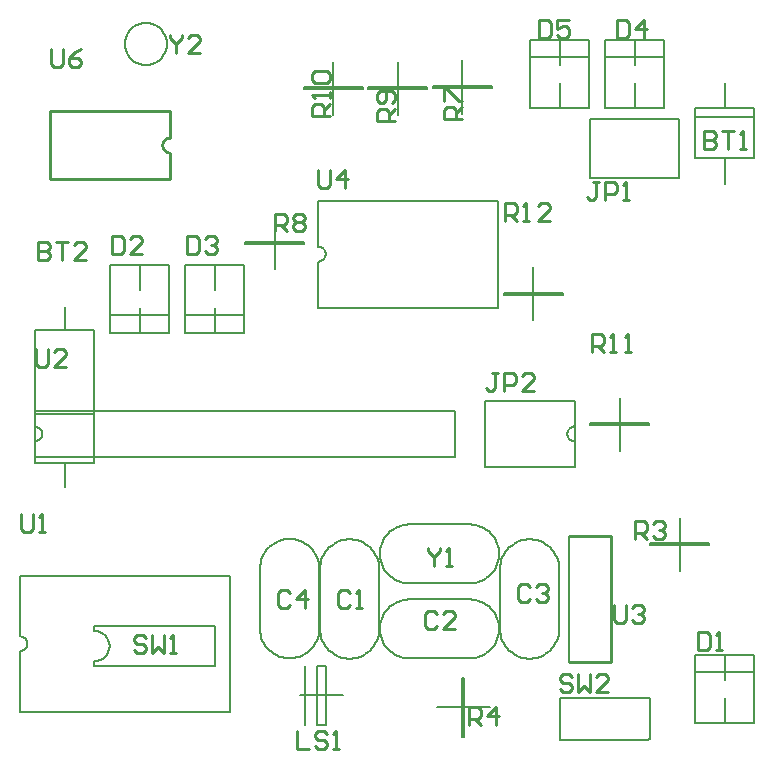
<source format=gto>
G04*
G04 #@! TF.GenerationSoftware,Altium Limited,Altium Designer,21.7.2 (23)*
G04*
G04 Layer_Color=65535*
%FSLAX25Y25*%
%MOIN*%
G70*
G04*
G04 #@! TF.SameCoordinates,5A2C8144-CC96-4660-950F-F598549C9966*
G04*
G04*
G04 #@! TF.FilePolarity,Positive*
G04*
G01*
G75*
%ADD10C,0.00787*%
%ADD11C,0.01000*%
D10*
X4437Y37677D02*
X5394Y37868D01*
X6205Y38409D01*
X6747Y39220D01*
X6937Y40177D01*
X6747Y41134D01*
X6205Y41945D01*
X5394Y42487D01*
X4437Y42677D01*
X134358Y79941D02*
X133362Y79890D01*
X132377Y79739D01*
X131412Y79489D01*
X130477Y79143D01*
X129582Y78704D01*
X128735Y78177D01*
X127947Y77566D01*
X127225Y76880D01*
X126575Y76123D01*
X126005Y75305D01*
X125522Y74433D01*
X125128Y73517D01*
X124830Y72566D01*
X124629Y71589D01*
X124528Y70597D01*
Y69600D01*
X124629Y68608D01*
X124830Y67631D01*
X125128Y66680D01*
X125522Y65764D01*
X126005Y64892D01*
X126575Y64074D01*
X127225Y63317D01*
X127947Y62630D01*
X128736Y62020D01*
X129582Y61493D01*
X130477Y61054D01*
X131412Y60707D01*
X132377Y60457D01*
X133362Y60306D01*
X134358Y60256D01*
X154437D02*
X155433Y60306D01*
X156418Y60457D01*
X157384Y60707D01*
X158318Y61054D01*
X159214Y61493D01*
X160060Y62020D01*
X160848Y62630D01*
X161571Y63317D01*
X162220Y64074D01*
X162790Y64892D01*
X163274Y65764D01*
X163667Y66680D01*
X163965Y67631D01*
X164166Y68608D01*
X164267Y69600D01*
Y70597D01*
X164166Y71589D01*
X163965Y72566D01*
X163667Y73517D01*
X163274Y74433D01*
X162790Y75305D01*
X162220Y76123D01*
X161571Y76880D01*
X160848Y77566D01*
X160060Y78177D01*
X159214Y78704D01*
X158318Y79143D01*
X157384Y79490D01*
X156418Y79739D01*
X155433Y79890D01*
X154437Y79941D01*
X29398Y34331D02*
X30377Y34427D01*
X31319Y34713D01*
X32186Y35177D01*
X32947Y35801D01*
X33571Y36562D01*
X34035Y37429D01*
X34321Y38371D01*
X34417Y39350D01*
X34321Y40330D01*
X34035Y41271D01*
X33571Y42139D01*
X32947Y42900D01*
X32186Y43524D01*
X31319Y43988D01*
X30377Y44274D01*
X29398Y44370D01*
X189437Y112598D02*
X188480Y112408D01*
X187669Y111866D01*
X187127Y111055D01*
X186937Y110098D01*
X187127Y109142D01*
X187669Y108331D01*
X188480Y107789D01*
X189437Y107598D01*
X9437D02*
X10394Y107789D01*
X11205Y108331D01*
X11747Y109142D01*
X11937Y110098D01*
X11747Y111055D01*
X11205Y111866D01*
X10394Y112408D01*
X9437Y112598D01*
X104595Y45020D02*
X104645Y44024D01*
X104796Y43038D01*
X105046Y42073D01*
X105392Y41138D01*
X105831Y40243D01*
X106359Y39397D01*
X106969Y38609D01*
X107656Y37886D01*
X108412Y37236D01*
X109231Y36667D01*
X110102Y36183D01*
X111019Y35790D01*
X111970Y35491D01*
X112947Y35291D01*
X113938Y35190D01*
X114936D01*
X115928Y35291D01*
X116904Y35491D01*
X117855Y35790D01*
X118772Y36183D01*
X119643Y36667D01*
X120462Y37236D01*
X121218Y37886D01*
X121905Y38609D01*
X122515Y39397D01*
X123043Y40243D01*
X123482Y41138D01*
X123828Y42073D01*
X124078Y43038D01*
X124229Y44024D01*
X124279Y45020D01*
Y65098D02*
X124229Y66094D01*
X124078Y67080D01*
X123828Y68045D01*
X123482Y68980D01*
X123043Y69875D01*
X122515Y70721D01*
X121905Y71510D01*
X121218Y72232D01*
X120462Y72882D01*
X119643Y73451D01*
X118772Y73935D01*
X117855Y74328D01*
X116904Y74627D01*
X115927Y74827D01*
X114936Y74928D01*
X113938D01*
X112947Y74827D01*
X111970Y74627D01*
X111019Y74328D01*
X110102Y73935D01*
X109231Y73451D01*
X108412Y72882D01*
X107656Y72232D01*
X106969Y71510D01*
X106359Y70721D01*
X105831Y69875D01*
X105392Y68980D01*
X105046Y68045D01*
X104796Y67080D01*
X104645Y66094D01*
X104595Y65098D01*
X154437Y35256D02*
X155433Y35306D01*
X156418Y35457D01*
X157384Y35707D01*
X158318Y36054D01*
X159214Y36493D01*
X160060Y37020D01*
X160848Y37630D01*
X161571Y38317D01*
X162220Y39074D01*
X162790Y39892D01*
X163274Y40764D01*
X163667Y41680D01*
X163965Y42631D01*
X164166Y43608D01*
X164267Y44600D01*
Y45597D01*
X164166Y46589D01*
X163965Y47565D01*
X163667Y48517D01*
X163274Y49433D01*
X162790Y50305D01*
X162220Y51123D01*
X161571Y51880D01*
X160848Y52566D01*
X160060Y53177D01*
X159214Y53704D01*
X158318Y54143D01*
X157384Y54490D01*
X156418Y54739D01*
X155433Y54890D01*
X154437Y54941D01*
X134358D02*
X133362Y54890D01*
X132377Y54739D01*
X131412Y54489D01*
X130477Y54143D01*
X129582Y53704D01*
X128735Y53177D01*
X127947Y52566D01*
X127225Y51880D01*
X126575Y51123D01*
X126005Y50305D01*
X125522Y49433D01*
X125128Y48517D01*
X124830Y47565D01*
X124629Y46589D01*
X124528Y45597D01*
Y44600D01*
X124629Y43608D01*
X124830Y42631D01*
X125128Y41680D01*
X125522Y40764D01*
X126005Y39892D01*
X126575Y39074D01*
X127225Y38317D01*
X127947Y37630D01*
X128736Y37020D01*
X129582Y36493D01*
X130477Y36054D01*
X131412Y35707D01*
X132377Y35457D01*
X133362Y35306D01*
X134358Y35256D01*
X164594Y45020D02*
X164645Y44024D01*
X164796Y43038D01*
X165046Y42073D01*
X165392Y41138D01*
X165831Y40243D01*
X166359Y39397D01*
X166969Y38609D01*
X167656Y37886D01*
X168412Y37236D01*
X169231Y36667D01*
X170102Y36183D01*
X171019Y35790D01*
X171970Y35491D01*
X172947Y35291D01*
X173939Y35190D01*
X174935D01*
X175927Y35291D01*
X176904Y35491D01*
X177855Y35790D01*
X178772Y36183D01*
X179643Y36667D01*
X180462Y37236D01*
X181218Y37886D01*
X181905Y38609D01*
X182515Y39397D01*
X183043Y40243D01*
X183482Y41138D01*
X183828Y42073D01*
X184078Y43038D01*
X184229Y44024D01*
X184280Y45020D01*
Y65098D02*
X184229Y66094D01*
X184078Y67080D01*
X183828Y68045D01*
X183482Y68980D01*
X183043Y69875D01*
X182515Y70721D01*
X181905Y71510D01*
X181218Y72232D01*
X180462Y72882D01*
X179643Y73451D01*
X178772Y73935D01*
X177855Y74328D01*
X176904Y74627D01*
X175927Y74827D01*
X174935Y74928D01*
X173939D01*
X172947Y74827D01*
X171970Y74627D01*
X171019Y74328D01*
X170102Y73935D01*
X169231Y73451D01*
X168412Y72882D01*
X167656Y72232D01*
X166969Y71510D01*
X166359Y70721D01*
X165831Y69875D01*
X165392Y68980D01*
X165046Y68045D01*
X164796Y67080D01*
X164645Y66094D01*
X164594Y65098D01*
X84595Y45098D02*
X84645Y44103D01*
X84796Y43117D01*
X85046Y42152D01*
X85392Y41217D01*
X85831Y40322D01*
X86359Y39476D01*
X86969Y38687D01*
X87656Y37965D01*
X88412Y37315D01*
X89231Y36746D01*
X90102Y36262D01*
X91019Y35869D01*
X91970Y35570D01*
X92947Y35369D01*
X93938Y35269D01*
X94936D01*
X95928Y35369D01*
X96904Y35570D01*
X97855Y35869D01*
X98772Y36262D01*
X99643Y36746D01*
X100462Y37315D01*
X101218Y37965D01*
X101905Y38687D01*
X102515Y39476D01*
X103043Y40322D01*
X103482Y41217D01*
X103828Y42152D01*
X104078Y43117D01*
X104229Y44103D01*
X104279Y45098D01*
Y65177D02*
X104229Y66173D01*
X104078Y67158D01*
X103828Y68124D01*
X103482Y69059D01*
X103043Y69954D01*
X102515Y70800D01*
X101905Y71588D01*
X101218Y72311D01*
X100462Y72960D01*
X99643Y73530D01*
X98772Y74014D01*
X97855Y74407D01*
X96904Y74705D01*
X95927Y74906D01*
X94936Y75007D01*
X93938D01*
X92947Y74906D01*
X91970Y74705D01*
X91019Y74407D01*
X90102Y74014D01*
X89231Y73530D01*
X88412Y72960D01*
X87656Y72311D01*
X86969Y71588D01*
X86359Y70800D01*
X85831Y69954D01*
X85392Y69059D01*
X85046Y68124D01*
X84796Y67158D01*
X84645Y66173D01*
X84595Y65177D01*
X53509Y240098D02*
X53437Y241098D01*
X53224Y242077D01*
X52874Y243016D01*
X52394Y243896D01*
X51793Y244698D01*
X51084Y245407D01*
X50282Y246008D01*
X49402Y246488D01*
X48463Y246838D01*
X47484Y247051D01*
X46484Y247123D01*
X45485Y247051D01*
X44505Y246838D01*
X43566Y246488D01*
X42687Y246008D01*
X41884Y245407D01*
X41176Y244698D01*
X40575Y243896D01*
X40095Y243016D01*
X39744Y242077D01*
X39531Y241098D01*
X39460Y240098D01*
X39531Y239099D01*
X39744Y238119D01*
X40095Y237180D01*
X40575Y236301D01*
X41176Y235498D01*
X41884Y234790D01*
X42687Y234189D01*
X43566Y233709D01*
X44505Y233359D01*
X45485Y233146D01*
X46484Y233074D01*
X47484Y233146D01*
X48463Y233359D01*
X49402Y233709D01*
X50282Y234189D01*
X51084Y234790D01*
X51793Y235498D01*
X52394Y236301D01*
X52874Y237180D01*
X53224Y238120D01*
X53437Y239099D01*
X53509Y240098D01*
X104000Y167500D02*
X104957Y167690D01*
X105768Y168232D01*
X106310Y169043D01*
X106500Y170000D01*
X106310Y170957D01*
X105768Y171768D01*
X104957Y172310D01*
X104000Y172500D01*
X19437Y144614D02*
Y152390D01*
Y92547D02*
Y100323D01*
X9595Y116727D02*
X29280D01*
X9595Y144614D02*
X19437D01*
X9595Y100323D02*
Y144614D01*
Y100323D02*
X29280D01*
Y144614D01*
X19437D02*
X29280D01*
X152563Y9157D02*
Y19000D01*
X151972Y9157D02*
X152563D01*
X151972D02*
Y28842D01*
X152563D01*
Y19000D02*
Y28842D01*
X143409Y19000D02*
X151972D01*
X152563D02*
X161126D01*
X103563Y13158D02*
Y23000D01*
Y13158D02*
X106437D01*
Y32842D01*
X103563D02*
X106437D01*
X103563Y23000D02*
Y32842D01*
X99521Y13158D02*
Y32842D01*
X97874Y23000D02*
X106437D01*
X103563D02*
X112126D01*
X239437Y193366D02*
Y201929D01*
Y218661D02*
Y227224D01*
X229594Y215774D02*
X249279D01*
X239437Y201929D02*
X249279D01*
Y218661D01*
X229594D02*
X249279D01*
X229594Y201929D02*
Y218661D01*
Y201929D02*
X239437D01*
X4437Y17480D02*
Y37677D01*
Y42677D02*
Y62874D01*
X74437D01*
Y17480D02*
Y62874D01*
X4437Y17480D02*
X74437D01*
X134358Y79941D02*
X154437D01*
X134358Y60256D02*
X154437D01*
X29398Y32795D02*
Y34331D01*
Y44370D02*
Y45906D01*
X69555D01*
Y32795D02*
Y45906D01*
X29398Y32795D02*
X69555D01*
X189437Y99098D02*
Y112598D01*
Y107598D02*
Y121098D01*
X159437D02*
X189437D01*
X159437Y99098D02*
Y121098D01*
Y99098D02*
X189437D01*
X9437Y102323D02*
X149437D01*
Y117874D01*
X9437D02*
X149437D01*
X9437Y112598D02*
Y117874D01*
Y102323D02*
Y107598D01*
X104595Y45020D02*
Y65098D01*
X124279Y45020D02*
Y65098D01*
X134358Y35256D02*
X154437D01*
X134358Y54941D02*
X154437D01*
X164594Y45020D02*
Y65098D01*
X184280Y45020D02*
Y65098D01*
X84595Y45098D02*
Y65177D01*
X104279Y45098D02*
Y65177D01*
X224437Y64508D02*
Y73071D01*
Y73661D02*
Y82224D01*
Y73071D02*
X234279D01*
Y73661D01*
X214595D02*
X234279D01*
X214595Y73071D02*
Y73661D01*
Y73071D02*
X224437D01*
X151947Y226028D02*
Y234591D01*
Y216874D02*
Y225437D01*
X142104Y226028D02*
X151947D01*
X142104Y225437D02*
Y226028D01*
Y225437D02*
X161789D01*
Y226028D01*
X151947D02*
X161789D01*
X89437Y164972D02*
Y173535D01*
Y174126D02*
Y182689D01*
Y173535D02*
X99279D01*
Y174126D01*
X79594D02*
X99279D01*
X79594Y173535D02*
Y174126D01*
Y173535D02*
X89437D01*
X130473Y225563D02*
Y234126D01*
Y216409D02*
Y224972D01*
X120631Y225563D02*
X130473D01*
X120631Y224972D02*
Y225563D01*
Y224972D02*
X140316D01*
Y225563D01*
X130473D02*
X140316D01*
X109000D02*
Y234126D01*
Y216409D02*
Y224972D01*
X99158Y225563D02*
X109000D01*
X99158Y224972D02*
Y225563D01*
Y224972D02*
X118842D01*
Y225563D01*
X109000D02*
X118842D01*
X204437Y113661D02*
Y122224D01*
Y104508D02*
Y113071D01*
X194595Y113661D02*
X204437D01*
X194595Y113071D02*
Y113661D01*
Y113071D02*
X214280D01*
Y113661D01*
X204437D02*
X214280D01*
X175631Y157126D02*
Y165689D01*
Y147972D02*
Y156535D01*
X165788Y157126D02*
X175631D01*
X165788Y156535D02*
Y157126D01*
Y156535D02*
X185473D01*
Y157126D01*
X175631D02*
X185473D01*
X204437Y195256D02*
X214437D01*
X204437Y214941D02*
X214437D01*
Y195256D02*
X224279D01*
Y214941D01*
X214437D02*
X224279D01*
X194595Y195256D02*
X204437D01*
X194595D02*
Y214941D01*
X204437D01*
X187437Y34098D02*
Y76098D01*
X104000Y152224D02*
X164000D01*
Y187776D01*
X104000D02*
X164000D01*
X104000Y172500D02*
Y187776D01*
Y152224D02*
Y167500D01*
X184437Y8098D02*
Y22098D01*
X213437Y8098D02*
X214437Y8232D01*
X184437Y8098D02*
X213437D01*
X214437Y8232D02*
Y22098D01*
X184437D02*
X214437D01*
X239437Y27972D02*
Y36535D01*
Y13661D02*
Y22224D01*
X229594Y30577D02*
X249279D01*
X239437Y36535D02*
X249279D01*
Y13661D02*
Y36535D01*
X229594Y13661D02*
X249279D01*
X229594D02*
Y36535D01*
X239437D01*
X44437Y143661D02*
Y152224D01*
Y157972D02*
Y166535D01*
X34595Y149619D02*
X54280D01*
X34595Y143661D02*
X44437D01*
X34595D02*
Y166535D01*
X54280D01*
Y143661D02*
Y166535D01*
X44437Y143661D02*
X54280D01*
X69437D02*
Y152224D01*
Y157972D02*
Y166535D01*
X59595Y149619D02*
X79280D01*
X59595Y143661D02*
X69437D01*
X59595D02*
Y166535D01*
X79280D01*
Y143661D02*
Y166535D01*
X69437Y143661D02*
X79280D01*
X209437Y232972D02*
Y241535D01*
Y218661D02*
Y227224D01*
X199594Y235577D02*
X219280D01*
X209437Y241535D02*
X219280D01*
Y218661D02*
Y241535D01*
X199594Y218661D02*
X219280D01*
X199594D02*
Y241535D01*
X209437D01*
X184437Y232972D02*
Y241535D01*
Y218661D02*
Y227224D01*
X174594Y235577D02*
X194280D01*
X184437Y241535D02*
X194280D01*
Y218661D02*
Y241535D01*
X174594Y218661D02*
X194280D01*
X174594D02*
Y241535D01*
X184437D01*
D11*
X54437Y208848D02*
X53480Y208658D01*
X52669Y208116D01*
X52127Y207305D01*
X51937Y206348D01*
X52127Y205392D01*
X52669Y204581D01*
X53480Y204039D01*
X54437Y203848D01*
X14437Y217598D02*
X54437D01*
X14437Y195098D02*
Y217598D01*
Y195098D02*
X54437D01*
Y203848D01*
Y208848D02*
Y217598D01*
X187437Y76098D02*
X201437D01*
X187437Y34098D02*
X201437D01*
Y76098D01*
X10440Y174098D02*
Y168099D01*
X13439D01*
X14438Y169099D01*
Y170099D01*
X13439Y171098D01*
X10440D01*
X13439D01*
X14438Y172098D01*
Y173098D01*
X13439Y174098D01*
X10440D01*
X16438D02*
X20436D01*
X18437D01*
Y168099D01*
X26434D02*
X22436D01*
X26434Y172098D01*
Y173098D01*
X25435Y174098D01*
X23435D01*
X22436Y173098D01*
X154100Y12902D02*
Y18901D01*
X157099D01*
X158099Y17901D01*
Y15902D01*
X157099Y14902D01*
X154100D01*
X156099D02*
X158099Y12902D01*
X163097D02*
Y18901D01*
X160098Y15902D01*
X164097D01*
X143437Y50098D02*
X142438Y51097D01*
X140438D01*
X139439Y50098D01*
Y46099D01*
X140438Y45099D01*
X142438D01*
X143437Y46099D01*
X149435Y45099D02*
X145437D01*
X149435Y49098D01*
Y50098D01*
X148436Y51097D01*
X146436D01*
X145437Y50098D01*
X97002Y10999D02*
Y5001D01*
X101001D01*
X106999Y9999D02*
X105999Y10999D01*
X104000D01*
X103000Y9999D01*
Y9000D01*
X104000Y8000D01*
X105999D01*
X106999Y7000D01*
Y6001D01*
X105999Y5001D01*
X104000D01*
X103000Y6001D01*
X108998Y5001D02*
X110998D01*
X109998D01*
Y10999D01*
X108998Y9999D01*
X174437Y59098D02*
X173438Y60097D01*
X171438D01*
X170439Y59098D01*
Y55099D01*
X171438Y54099D01*
X173438D01*
X174437Y55099D01*
X176437Y59098D02*
X177436Y60097D01*
X179436D01*
X180435Y59098D01*
Y58098D01*
X179436Y57098D01*
X178436D01*
X179436D01*
X180435Y56099D01*
Y55099D01*
X179436Y54099D01*
X177436D01*
X176437Y55099D01*
X114437Y57098D02*
X113437Y58097D01*
X111438D01*
X110438Y57098D01*
Y53099D01*
X111438Y52099D01*
X113437D01*
X114437Y53099D01*
X116436Y52099D02*
X118436D01*
X117436D01*
Y58097D01*
X116436Y57098D01*
X94437D02*
X93438Y58097D01*
X91438D01*
X90439Y57098D01*
Y53099D01*
X91438Y52099D01*
X93438D01*
X94437Y53099D01*
X99436Y52099D02*
Y58097D01*
X96437Y55098D01*
X100435D01*
X202439Y53097D02*
Y48099D01*
X203438Y47099D01*
X205438D01*
X206437Y48099D01*
Y53097D01*
X208437Y52098D02*
X209436Y53097D01*
X211436D01*
X212435Y52098D01*
Y51098D01*
X211436Y50098D01*
X210436D01*
X211436D01*
X212435Y49099D01*
Y48099D01*
X211436Y47099D01*
X209436D01*
X208437Y48099D01*
X5000Y83398D02*
Y78400D01*
X6000Y77400D01*
X7999D01*
X8999Y78400D01*
Y83398D01*
X10998Y77400D02*
X12997D01*
X11998D01*
Y83398D01*
X10998Y82398D01*
X46438Y42098D02*
X45438Y43097D01*
X43439D01*
X42439Y42098D01*
Y41098D01*
X43439Y40098D01*
X45438D01*
X46438Y39099D01*
Y38099D01*
X45438Y37099D01*
X43439D01*
X42439Y38099D01*
X48437Y43097D02*
Y37099D01*
X50437Y39099D01*
X52436Y37099D01*
Y43097D01*
X54435Y37099D02*
X56435D01*
X55435D01*
Y43097D01*
X54435Y42098D01*
X104002Y197999D02*
Y193001D01*
X105001Y192001D01*
X107001D01*
X108000Y193001D01*
Y197999D01*
X112999Y192001D02*
Y197999D01*
X110000Y195000D01*
X113998D01*
X107999Y216038D02*
X102001D01*
Y219037D01*
X103001Y220037D01*
X105000D01*
X106000Y219037D01*
Y216038D01*
Y218037D02*
X107999Y220037D01*
Y222036D02*
Y224035D01*
Y223036D01*
X102001D01*
X103001Y222036D01*
Y227034D02*
X102001Y228034D01*
Y230033D01*
X103001Y231033D01*
X106999D01*
X107999Y230033D01*
Y228034D01*
X106999Y227034D01*
X103001D01*
X54439Y243097D02*
Y242098D01*
X56438Y240098D01*
X58437Y242098D01*
Y243097D01*
X56438Y240098D02*
Y237099D01*
X64435D02*
X60437D01*
X64435Y241098D01*
Y242098D01*
X63436Y243097D01*
X61436D01*
X60437Y242098D01*
X140438Y72097D02*
Y71098D01*
X142438Y69098D01*
X144437Y71098D01*
Y72097D01*
X142438Y69098D02*
Y66099D01*
X146436D02*
X148436D01*
X147436D01*
Y72097D01*
X146436Y71098D01*
X14900Y238498D02*
Y233500D01*
X15900Y232500D01*
X17899D01*
X18899Y233500D01*
Y238498D01*
X24897D02*
X22897Y237498D01*
X20898Y235499D01*
Y233500D01*
X21898Y232500D01*
X23897D01*
X24897Y233500D01*
Y234499D01*
X23897Y235499D01*
X20898D01*
X10000Y138398D02*
Y133400D01*
X11000Y132400D01*
X12999D01*
X13999Y133400D01*
Y138398D01*
X19997Y132400D02*
X15998D01*
X19997Y136399D01*
Y137398D01*
X18997Y138398D01*
X16998D01*
X15998Y137398D01*
X188438Y29098D02*
X187439Y30097D01*
X185439D01*
X184440Y29098D01*
Y28098D01*
X185439Y27098D01*
X187439D01*
X188438Y26099D01*
Y25099D01*
X187439Y24099D01*
X185439D01*
X184440Y25099D01*
X190438Y30097D02*
Y24099D01*
X192437Y26099D01*
X194436Y24099D01*
Y30097D01*
X200434Y24099D02*
X196436D01*
X200434Y28098D01*
Y29098D01*
X199435Y30097D01*
X197435D01*
X196436Y29098D01*
X166394Y180900D02*
Y186898D01*
X169393D01*
X170393Y185898D01*
Y183899D01*
X169393Y182899D01*
X166394D01*
X168393D02*
X170393Y180900D01*
X172392D02*
X174391D01*
X173392D01*
Y186898D01*
X172392Y185898D01*
X181389Y180900D02*
X177390D01*
X181389Y184899D01*
Y185898D01*
X180389Y186898D01*
X178390D01*
X177390Y185898D01*
X195200Y137400D02*
Y143398D01*
X198199D01*
X199199Y142398D01*
Y140399D01*
X198199Y139399D01*
X195200D01*
X197199D02*
X199199Y137400D01*
X201198D02*
X203197D01*
X202198D01*
Y143398D01*
X201198Y142398D01*
X206196Y137400D02*
X208196D01*
X207196D01*
Y143398D01*
X206196Y142398D01*
X129472Y214537D02*
X123474D01*
Y217536D01*
X124474Y218536D01*
X126473D01*
X127473Y217536D01*
Y214537D01*
Y216536D02*
X129472Y218536D01*
X128473Y220535D02*
X129472Y221535D01*
Y223534D01*
X128473Y224534D01*
X124474D01*
X123474Y223534D01*
Y221535D01*
X124474Y220535D01*
X125474D01*
X126473Y221535D01*
Y224534D01*
X89439Y177564D02*
Y183562D01*
X92438D01*
X93437Y182562D01*
Y180563D01*
X92438Y179563D01*
X89439D01*
X91438D02*
X93437Y177564D01*
X95437Y182562D02*
X96436Y183562D01*
X98436D01*
X99435Y182562D01*
Y181563D01*
X98436Y180563D01*
X99435Y179563D01*
Y178564D01*
X98436Y177564D01*
X96436D01*
X95437Y178564D01*
Y179563D01*
X96436Y180563D01*
X95437Y181563D01*
Y182562D01*
X96436Y180563D02*
X98436D01*
X151946Y215002D02*
X145948D01*
Y218001D01*
X146948Y219000D01*
X148947D01*
X149947Y218001D01*
Y215002D01*
Y217001D02*
X151946Y219000D01*
X145948Y221000D02*
Y224998D01*
X146948D01*
X150946Y221000D01*
X151946D01*
X209439Y75099D02*
Y81098D01*
X212438D01*
X213437Y80098D01*
Y78098D01*
X212438Y77099D01*
X209439D01*
X211438D02*
X213437Y75099D01*
X215437Y80098D02*
X216436Y81098D01*
X218436D01*
X219435Y80098D01*
Y79098D01*
X218436Y78098D01*
X217436D01*
X218436D01*
X219435Y77099D01*
Y76099D01*
X218436Y75099D01*
X216436D01*
X215437Y76099D01*
X163999Y130498D02*
X161999D01*
X162999D01*
Y125500D01*
X161999Y124500D01*
X161000D01*
X160000Y125500D01*
X165998Y124500D02*
Y130498D01*
X168997D01*
X169997Y129498D01*
Y127499D01*
X168997Y126499D01*
X165998D01*
X175995Y124500D02*
X171996D01*
X175995Y128499D01*
Y129498D01*
X174995Y130498D01*
X172996D01*
X171996Y129498D01*
X197438Y194097D02*
X195439D01*
X196438D01*
Y189099D01*
X195439Y188099D01*
X194439D01*
X193439Y189099D01*
X199437Y188099D02*
Y194097D01*
X202436D01*
X203436Y193098D01*
Y191098D01*
X202436Y190099D01*
X199437D01*
X205435Y188099D02*
X207435D01*
X206435D01*
Y194097D01*
X205435Y193098D01*
X177439Y248097D02*
Y242099D01*
X180438D01*
X181437Y243099D01*
Y247098D01*
X180438Y248097D01*
X177439D01*
X187435D02*
X183437D01*
Y245098D01*
X185436Y246098D01*
X186436D01*
X187435Y245098D01*
Y243099D01*
X186436Y242099D01*
X184436D01*
X183437Y243099D01*
X203439Y248097D02*
Y242099D01*
X206438D01*
X207437Y243099D01*
Y247098D01*
X206438Y248097D01*
X203439D01*
X212436Y242099D02*
Y248097D01*
X209437Y245098D01*
X213435D01*
X60200Y175898D02*
Y169900D01*
X63199D01*
X64199Y170900D01*
Y174898D01*
X63199Y175898D01*
X60200D01*
X66198Y174898D02*
X67198Y175898D01*
X69197D01*
X70197Y174898D01*
Y173899D01*
X69197Y172899D01*
X68197D01*
X69197D01*
X70197Y171899D01*
Y170900D01*
X69197Y169900D01*
X67198D01*
X66198Y170900D01*
X35200Y175898D02*
Y169900D01*
X38199D01*
X39199Y170900D01*
Y174898D01*
X38199Y175898D01*
X35200D01*
X45197Y169900D02*
X41198D01*
X45197Y173899D01*
Y174898D01*
X44197Y175898D01*
X42198D01*
X41198Y174898D01*
X230438Y44097D02*
Y38099D01*
X233437D01*
X234437Y39099D01*
Y43098D01*
X233437Y44097D01*
X230438D01*
X236436Y38099D02*
X238436D01*
X237436D01*
Y44097D01*
X236436Y43098D01*
X232439Y211097D02*
Y205099D01*
X235438D01*
X236438Y206099D01*
Y207099D01*
X235438Y208098D01*
X232439D01*
X235438D01*
X236438Y209098D01*
Y210098D01*
X235438Y211097D01*
X232439D01*
X238437D02*
X242436D01*
X240437D01*
Y205099D01*
X244435D02*
X246435D01*
X245435D01*
Y211097D01*
X244435Y210098D01*
M02*

</source>
